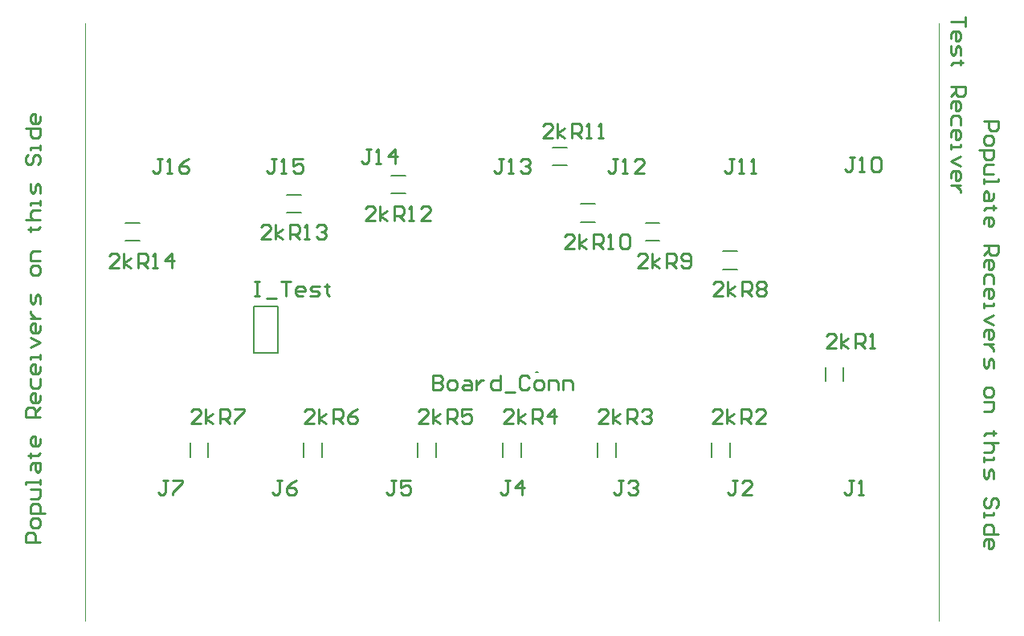
<source format=gto>
G04*
G04 #@! TF.GenerationSoftware,Altium Limited,Altium Designer,20.2.6 (244)*
G04*
G04 Layer_Color=65535*
%FSLAX25Y25*%
%MOIN*%
G70*
G04*
G04 #@! TF.SameCoordinates,64BF088A-5C85-40E7-8DFC-21296B7CD10F*
G04*
G04*
G04 #@! TF.FilePolarity,Positive*
G04*
G01*
G75*
%ADD10C,0.00787*%
%ADD11C,0.00394*%
%ADD12C,0.01000*%
D10*
X345285Y240905D02*
X344498D01*
X345285D01*
X422244Y291142D02*
X428150D01*
X422244Y283661D02*
X428150D01*
X390021Y302953D02*
X395927D01*
X390021Y295472D02*
X395927D01*
X363189Y310827D02*
X369094D01*
X363189Y303346D02*
X369094D01*
X284449Y315158D02*
X290354D01*
X284449Y322638D02*
X290354D01*
X241142Y307283D02*
X247047D01*
X241142Y314764D02*
X247047D01*
X174213Y295472D02*
X180118D01*
X174213Y302953D02*
X180118D01*
X208465Y205709D02*
Y211614D01*
X200984Y205709D02*
Y211614D01*
X302953Y205709D02*
Y211614D01*
X295472Y205709D02*
Y211614D01*
X338386Y205709D02*
Y211614D01*
X330906Y205709D02*
Y211614D01*
X255709Y205709D02*
Y211614D01*
X248228Y205709D02*
Y211614D01*
X377756Y205709D02*
Y211614D01*
X370276Y205709D02*
Y211614D01*
X425000Y205709D02*
Y211614D01*
X417520Y205709D02*
Y211614D01*
X472244Y237205D02*
Y243110D01*
X464764Y237205D02*
Y243110D01*
X351378Y326969D02*
X357283D01*
X351378Y334449D02*
X357283D01*
X227284Y256279D02*
Y268347D01*
Y249055D02*
Y261280D01*
Y249055D02*
X237283D01*
Y268347D01*
X227284D02*
X237283D01*
D11*
X511811Y137795D02*
Y385827D01*
X157480Y137795D02*
Y385827D01*
D12*
X522746Y388764D02*
Y384765D01*
Y386764D01*
X516748D01*
Y379767D02*
Y381766D01*
X517748Y382766D01*
X519747D01*
X520747Y381766D01*
Y379767D01*
X519747Y378767D01*
X518747D01*
Y382766D01*
X516748Y376768D02*
Y373769D01*
X517748Y372769D01*
X518747Y373769D01*
Y375768D01*
X519747Y376768D01*
X520747Y375768D01*
Y372769D01*
X521746Y369770D02*
X520747D01*
Y370770D01*
Y368770D01*
Y369770D01*
X517748D01*
X516748Y368770D01*
Y359773D02*
X522746D01*
Y356774D01*
X521746Y355774D01*
X519747D01*
X518747Y356774D01*
Y359773D01*
Y357774D02*
X516748Y355774D01*
Y350776D02*
Y352775D01*
X517748Y353775D01*
X519747D01*
X520747Y352775D01*
Y350776D01*
X519747Y349776D01*
X518747D01*
Y353775D01*
X520747Y343778D02*
Y346777D01*
X519747Y347777D01*
X517748D01*
X516748Y346777D01*
Y343778D01*
Y338780D02*
Y340779D01*
X517748Y341779D01*
X519747D01*
X520747Y340779D01*
Y338780D01*
X519747Y337780D01*
X518747D01*
Y341779D01*
X516748Y335781D02*
Y333782D01*
Y334781D01*
X520747D01*
Y335781D01*
Y330783D02*
X516748Y328783D01*
X520747Y326784D01*
X516748Y321785D02*
Y323785D01*
X517748Y324784D01*
X519747D01*
X520747Y323785D01*
Y321785D01*
X519747Y320786D01*
X518747D01*
Y324784D01*
X520747Y318786D02*
X516748D01*
X518747D01*
X519747Y317787D01*
X520747Y316787D01*
Y315787D01*
X138733Y170291D02*
X132735D01*
Y173290D01*
X133735Y174290D01*
X135734D01*
X136734Y173290D01*
Y170291D01*
X138733Y177289D02*
Y179288D01*
X137733Y180288D01*
X135734D01*
X134734Y179288D01*
Y177289D01*
X135734Y176289D01*
X137733D01*
X138733Y177289D01*
X140732Y182288D02*
X134734D01*
Y185286D01*
X135734Y186286D01*
X137733D01*
X138733Y185286D01*
Y182288D01*
X134734Y188286D02*
X137733D01*
X138733Y189285D01*
Y192284D01*
X134734D01*
X138733Y194284D02*
Y196283D01*
Y195283D01*
X132735D01*
Y194284D01*
X134734Y200282D02*
Y202281D01*
X135734Y203281D01*
X138733D01*
Y200282D01*
X137733Y199282D01*
X136734Y200282D01*
Y203281D01*
X133735Y206280D02*
X134734D01*
Y205280D01*
Y207279D01*
Y206280D01*
X137733D01*
X138733Y207279D01*
Y213277D02*
Y211278D01*
X137733Y210278D01*
X135734D01*
X134734Y211278D01*
Y213277D01*
X135734Y214277D01*
X136734D01*
Y210278D01*
X138733Y222274D02*
X132735D01*
Y225273D01*
X133735Y226273D01*
X135734D01*
X136734Y225273D01*
Y222274D01*
Y224274D02*
X138733Y226273D01*
Y231272D02*
Y229272D01*
X137733Y228273D01*
X135734D01*
X134734Y229272D01*
Y231272D01*
X135734Y232271D01*
X136734D01*
Y228273D01*
X134734Y238269D02*
Y235270D01*
X135734Y234271D01*
X137733D01*
X138733Y235270D01*
Y238269D01*
Y243268D02*
Y241268D01*
X137733Y240269D01*
X135734D01*
X134734Y241268D01*
Y243268D01*
X135734Y244267D01*
X136734D01*
Y240269D01*
X138733Y246267D02*
Y248266D01*
Y247266D01*
X134734D01*
Y246267D01*
Y251265D02*
X138733Y253264D01*
X134734Y255264D01*
X138733Y260262D02*
Y258263D01*
X137733Y257263D01*
X135734D01*
X134734Y258263D01*
Y260262D01*
X135734Y261262D01*
X136734D01*
Y257263D01*
X134734Y263261D02*
X138733D01*
X136734D01*
X135734Y264261D01*
X134734Y265261D01*
Y266260D01*
X138733Y269259D02*
Y272258D01*
X137733Y273258D01*
X136734Y272258D01*
Y270259D01*
X135734Y269259D01*
X134734Y270259D01*
Y273258D01*
X138733Y282255D02*
Y284255D01*
X137733Y285254D01*
X135734D01*
X134734Y284255D01*
Y282255D01*
X135734Y281255D01*
X137733D01*
X138733Y282255D01*
Y287253D02*
X134734D01*
Y290252D01*
X135734Y291252D01*
X138733D01*
X133735Y300249D02*
X134734D01*
Y299250D01*
Y301249D01*
Y300249D01*
X137733D01*
X138733Y301249D01*
X132735Y304248D02*
X138733D01*
X135734D01*
X134734Y305248D01*
Y307247D01*
X135734Y308247D01*
X138733D01*
Y310246D02*
Y312245D01*
Y311246D01*
X134734D01*
Y310246D01*
X138733Y315244D02*
Y318244D01*
X137733Y319243D01*
X136734Y318244D01*
Y316244D01*
X135734Y315244D01*
X134734Y316244D01*
Y319243D01*
X133735Y331239D02*
X132735Y330240D01*
Y328240D01*
X133735Y327241D01*
X134734D01*
X135734Y328240D01*
Y330240D01*
X136734Y331239D01*
X137733D01*
X138733Y330240D01*
Y328240D01*
X137733Y327241D01*
X138733Y333239D02*
Y335238D01*
Y334238D01*
X134734D01*
Y333239D01*
X132735Y342236D02*
X138733D01*
Y339237D01*
X137733Y338237D01*
X135734D01*
X134734Y339237D01*
Y342236D01*
X138733Y347234D02*
Y345235D01*
X137733Y344235D01*
X135734D01*
X134734Y345235D01*
Y347234D01*
X135734Y348234D01*
X136734D01*
Y344235D01*
X530558Y345457D02*
X536556D01*
Y342458D01*
X535557Y341458D01*
X533557D01*
X532558Y342458D01*
Y345457D01*
X530558Y338459D02*
Y336460D01*
X531558Y335460D01*
X533557D01*
X534557Y336460D01*
Y338459D01*
X533557Y339459D01*
X531558D01*
X530558Y338459D01*
X528559Y333461D02*
X534557D01*
Y330462D01*
X533557Y329462D01*
X531558D01*
X530558Y330462D01*
Y333461D01*
X534557Y327463D02*
X531558D01*
X530558Y326463D01*
Y323464D01*
X534557D01*
X530558Y321464D02*
Y319465D01*
Y320465D01*
X536556D01*
Y321464D01*
X534557Y315466D02*
Y313467D01*
X533557Y312467D01*
X530558D01*
Y315466D01*
X531558Y316466D01*
X532558Y315466D01*
Y312467D01*
X535557Y309468D02*
X534557D01*
Y310468D01*
Y308469D01*
Y309468D01*
X531558D01*
X530558Y308469D01*
Y302471D02*
Y304470D01*
X531558Y305470D01*
X533557D01*
X534557Y304470D01*
Y302471D01*
X533557Y301471D01*
X532558D01*
Y305470D01*
X530558Y293474D02*
X536556D01*
Y290475D01*
X535557Y289475D01*
X533557D01*
X532558Y290475D01*
Y293474D01*
Y291474D02*
X530558Y289475D01*
Y284476D02*
Y286476D01*
X531558Y287475D01*
X533557D01*
X534557Y286476D01*
Y284476D01*
X533557Y283477D01*
X532558D01*
Y287475D01*
X534557Y277479D02*
Y280478D01*
X533557Y281477D01*
X531558D01*
X530558Y280478D01*
Y277479D01*
Y272480D02*
Y274480D01*
X531558Y275479D01*
X533557D01*
X534557Y274480D01*
Y272480D01*
X533557Y271481D01*
X532558D01*
Y275479D01*
X530558Y269481D02*
Y267482D01*
Y268482D01*
X534557D01*
Y269481D01*
Y264483D02*
X530558Y262484D01*
X534557Y260484D01*
X530558Y255486D02*
Y257485D01*
X531558Y258485D01*
X533557D01*
X534557Y257485D01*
Y255486D01*
X533557Y254486D01*
X532558D01*
Y258485D01*
X534557Y252487D02*
X530558D01*
X532558D01*
X533557Y251487D01*
X534557Y250487D01*
Y249488D01*
X530558Y246489D02*
Y243490D01*
X531558Y242490D01*
X532558Y243490D01*
Y245489D01*
X533557Y246489D01*
X534557Y245489D01*
Y242490D01*
X530558Y233493D02*
Y231494D01*
X531558Y230494D01*
X533557D01*
X534557Y231494D01*
Y233493D01*
X533557Y234493D01*
X531558D01*
X530558Y233493D01*
Y228495D02*
X534557D01*
Y225496D01*
X533557Y224496D01*
X530558D01*
X535557Y215499D02*
X534557D01*
Y216498D01*
Y214499D01*
Y215499D01*
X531558D01*
X530558Y214499D01*
X536556Y211500D02*
X530558D01*
X533557D01*
X534557Y210500D01*
Y208501D01*
X533557Y207501D01*
X530558D01*
Y205502D02*
Y203503D01*
Y204502D01*
X534557D01*
Y205502D01*
X530558Y200504D02*
Y197505D01*
X531558Y196505D01*
X532558Y197505D01*
Y199504D01*
X533557Y200504D01*
X534557Y199504D01*
Y196505D01*
X535557Y184509D02*
X536556Y185508D01*
Y187508D01*
X535557Y188507D01*
X534557D01*
X533557Y187508D01*
Y185508D01*
X532558Y184509D01*
X531558D01*
X530558Y185508D01*
Y187508D01*
X531558Y188507D01*
X530558Y182509D02*
Y180510D01*
Y181510D01*
X534557D01*
Y182509D01*
X536556Y173512D02*
X530558D01*
Y176511D01*
X531558Y177511D01*
X533557D01*
X534557Y176511D01*
Y173512D01*
X530558Y168514D02*
Y170513D01*
X531558Y171513D01*
X533557D01*
X534557Y170513D01*
Y168514D01*
X533557Y167514D01*
X532558D01*
Y171513D01*
X374599Y219500D02*
X370600D01*
X374599Y223499D01*
Y224498D01*
X373599Y225498D01*
X371600D01*
X370600Y224498D01*
X376598Y219500D02*
Y225498D01*
Y221499D02*
X379597Y223499D01*
X376598Y221499D02*
X379597Y219500D01*
X382596D02*
Y225498D01*
X385595D01*
X386595Y224498D01*
Y222499D01*
X385595Y221499D01*
X382596D01*
X384595D02*
X386595Y219500D01*
X388594Y224498D02*
X389594Y225498D01*
X391593D01*
X392593Y224498D01*
Y223499D01*
X391593Y222499D01*
X390594D01*
X391593D01*
X392593Y221499D01*
Y220500D01*
X391593Y219500D01*
X389594D01*
X388594Y220500D01*
X421799Y219500D02*
X417800D01*
X421799Y223499D01*
Y224498D01*
X420799Y225498D01*
X418800D01*
X417800Y224498D01*
X423798Y219500D02*
Y225498D01*
Y221499D02*
X426797Y223499D01*
X423798Y221499D02*
X426797Y219500D01*
X429796D02*
Y225498D01*
X432795D01*
X433795Y224498D01*
Y222499D01*
X432795Y221499D01*
X429796D01*
X431796D02*
X433795Y219500D01*
X439793D02*
X435794D01*
X439793Y223499D01*
Y224498D01*
X438793Y225498D01*
X436794D01*
X435794Y224498D01*
X469099Y251000D02*
X465100D01*
X469099Y254999D01*
Y255998D01*
X468099Y256998D01*
X466100D01*
X465100Y255998D01*
X471098Y251000D02*
Y256998D01*
Y252999D02*
X474097Y254999D01*
X471098Y252999D02*
X474097Y251000D01*
X477096D02*
Y256998D01*
X480095D01*
X481095Y255998D01*
Y253999D01*
X480095Y252999D01*
X477096D01*
X479096D02*
X481095Y251000D01*
X483094D02*
X485093D01*
X484094D01*
Y256998D01*
X483094Y255998D01*
X422136Y272591D02*
X418137D01*
X422136Y276590D01*
Y277590D01*
X421136Y278590D01*
X419137D01*
X418137Y277590D01*
X424135Y272591D02*
Y278590D01*
Y274591D02*
X427135Y276590D01*
X424135Y274591D02*
X427135Y272591D01*
X430133D02*
Y278590D01*
X433133D01*
X434132Y277590D01*
Y275590D01*
X433133Y274591D01*
X430133D01*
X432133D02*
X434132Y272591D01*
X436132Y277590D02*
X437131Y278590D01*
X439131D01*
X440130Y277590D01*
Y276590D01*
X439131Y275590D01*
X440130Y274591D01*
Y273591D01*
X439131Y272591D01*
X437131D01*
X436132Y273591D01*
Y274591D01*
X437131Y275590D01*
X436132Y276590D01*
Y277590D01*
X437131Y275590D02*
X439131D01*
X390640Y284402D02*
X386641D01*
X390640Y288401D01*
Y289401D01*
X389640Y290401D01*
X387641D01*
X386641Y289401D01*
X392639Y284402D02*
Y290401D01*
Y286402D02*
X395638Y288401D01*
X392639Y286402D02*
X395638Y284402D01*
X398638D02*
Y290401D01*
X401637D01*
X402636Y289401D01*
Y287402D01*
X401637Y286402D01*
X398638D01*
X400637D02*
X402636Y284402D01*
X404635Y285402D02*
X405635Y284402D01*
X407635D01*
X408634Y285402D01*
Y289401D01*
X407635Y290401D01*
X405635D01*
X404635Y289401D01*
Y288401D01*
X405635Y287402D01*
X408634D01*
X360582Y292277D02*
X356583D01*
X360582Y296275D01*
Y297275D01*
X359582Y298275D01*
X357583D01*
X356583Y297275D01*
X362581Y292277D02*
Y298275D01*
Y294276D02*
X365580Y296275D01*
X362581Y294276D02*
X365580Y292277D01*
X368579D02*
Y298275D01*
X371578D01*
X372578Y297275D01*
Y295276D01*
X371578Y294276D01*
X368579D01*
X370579D02*
X372578Y292277D01*
X374577D02*
X376577D01*
X375577D01*
Y298275D01*
X374577Y297275D01*
X379576D02*
X380575Y298275D01*
X382575D01*
X383574Y297275D01*
Y293276D01*
X382575Y292277D01*
X380575D01*
X379576Y293276D01*
Y297275D01*
X351499Y338200D02*
X347500D01*
X351499Y342199D01*
Y343198D01*
X350499Y344198D01*
X348500D01*
X347500Y343198D01*
X353498Y338200D02*
Y344198D01*
Y340199D02*
X356497Y342199D01*
X353498Y340199D02*
X356497Y338200D01*
X359496D02*
Y344198D01*
X362495D01*
X363495Y343198D01*
Y341199D01*
X362495Y340199D01*
X359496D01*
X361495D02*
X363495Y338200D01*
X365494D02*
X367494D01*
X366494D01*
Y344198D01*
X365494Y343198D01*
X370493Y338200D02*
X372492D01*
X371492D01*
Y344198D01*
X370493Y343198D01*
X277905Y304088D02*
X273906D01*
X277905Y308086D01*
Y309086D01*
X276905Y310086D01*
X274906D01*
X273906Y309086D01*
X279904Y304088D02*
Y310086D01*
Y306087D02*
X282903Y308086D01*
X279904Y306087D02*
X282903Y304088D01*
X285902D02*
Y310086D01*
X288901D01*
X289901Y309086D01*
Y307087D01*
X288901Y306087D01*
X285902D01*
X287901D02*
X289901Y304088D01*
X291900D02*
X293899D01*
X292900D01*
Y310086D01*
X291900Y309086D01*
X300897Y304088D02*
X296899D01*
X300897Y308086D01*
Y309086D01*
X299898Y310086D01*
X297898D01*
X296899Y309086D01*
X234598Y296214D02*
X230599D01*
X234598Y300212D01*
Y301212D01*
X233598Y302212D01*
X231598D01*
X230599Y301212D01*
X236597Y296214D02*
Y302212D01*
Y298213D02*
X239596Y300212D01*
X236597Y298213D02*
X239596Y296214D01*
X242595D02*
Y302212D01*
X245594D01*
X246594Y301212D01*
Y299213D01*
X245594Y298213D01*
X242595D01*
X244594D02*
X246594Y296214D01*
X248593D02*
X250592D01*
X249593D01*
Y302212D01*
X248593Y301212D01*
X253591D02*
X254591Y302212D01*
X256591D01*
X257590Y301212D01*
Y300212D01*
X256591Y299213D01*
X255591D01*
X256591D01*
X257590Y298213D01*
Y297213D01*
X256591Y296214D01*
X254591D01*
X253591Y297213D01*
X171605Y284402D02*
X167607D01*
X171605Y288401D01*
Y289401D01*
X170606Y290401D01*
X168606D01*
X167607Y289401D01*
X173605Y284402D02*
Y290401D01*
Y286402D02*
X176604Y288401D01*
X173605Y286402D02*
X176604Y284402D01*
X179603D02*
Y290401D01*
X182602D01*
X183602Y289401D01*
Y287402D01*
X182602Y286402D01*
X179603D01*
X181602D02*
X183602Y284402D01*
X185601D02*
X187600D01*
X186601D01*
Y290401D01*
X185601Y289401D01*
X193598Y284402D02*
Y290401D01*
X190599Y287402D01*
X194598D01*
X205299Y219500D02*
X201300D01*
X205299Y223499D01*
Y224498D01*
X204299Y225498D01*
X202300D01*
X201300Y224498D01*
X207298Y219500D02*
Y225498D01*
Y221499D02*
X210297Y223499D01*
X207298Y221499D02*
X210297Y219500D01*
X213296D02*
Y225498D01*
X216295D01*
X217295Y224498D01*
Y222499D01*
X216295Y221499D01*
X213296D01*
X215296D02*
X217295Y219500D01*
X219294Y225498D02*
X223293D01*
Y224498D01*
X219294Y220500D01*
Y219500D01*
X252499D02*
X248500D01*
X252499Y223499D01*
Y224498D01*
X251499Y225498D01*
X249500D01*
X248500Y224498D01*
X254498Y219500D02*
Y225498D01*
Y221499D02*
X257497Y223499D01*
X254498Y221499D02*
X257497Y219500D01*
X260496D02*
Y225498D01*
X263495D01*
X264495Y224498D01*
Y222499D01*
X263495Y221499D01*
X260496D01*
X262495D02*
X264495Y219500D01*
X270493Y225498D02*
X268494Y224498D01*
X266494Y222499D01*
Y220500D01*
X267494Y219500D01*
X269493D01*
X270493Y220500D01*
Y221499D01*
X269493Y222499D01*
X266494D01*
X299799Y219500D02*
X295800D01*
X299799Y223499D01*
Y224498D01*
X298799Y225498D01*
X296800D01*
X295800Y224498D01*
X301798Y219500D02*
Y225498D01*
Y221499D02*
X304797Y223499D01*
X301798Y221499D02*
X304797Y219500D01*
X307796D02*
Y225498D01*
X310795D01*
X311795Y224498D01*
Y222499D01*
X310795Y221499D01*
X307796D01*
X309795D02*
X311795Y219500D01*
X317793Y225498D02*
X313794D01*
Y222499D01*
X315793Y223499D01*
X316793D01*
X317793Y222499D01*
Y220500D01*
X316793Y219500D01*
X314794D01*
X313794Y220500D01*
X335199Y219500D02*
X331200D01*
X335199Y223499D01*
Y224498D01*
X334199Y225498D01*
X332200D01*
X331200Y224498D01*
X337198Y219500D02*
Y225498D01*
Y221499D02*
X340197Y223499D01*
X337198Y221499D02*
X340197Y219500D01*
X343196D02*
Y225498D01*
X346195D01*
X347195Y224498D01*
Y222499D01*
X346195Y221499D01*
X343196D01*
X345196D02*
X347195Y219500D01*
X352193D02*
Y225498D01*
X349194Y222499D01*
X353193D01*
X227900Y278698D02*
X229899D01*
X228900D01*
Y272700D01*
X227900D01*
X229899D01*
X232898Y271700D02*
X236897D01*
X238896Y278698D02*
X242895D01*
X240896D01*
Y272700D01*
X247894D02*
X245894D01*
X244895Y273700D01*
Y275699D01*
X245894Y276699D01*
X247894D01*
X248893Y275699D01*
Y274699D01*
X244895D01*
X250893Y272700D02*
X253892D01*
X254891Y273700D01*
X253892Y274699D01*
X251892D01*
X250893Y275699D01*
X251892Y276699D01*
X254891D01*
X257890Y277698D02*
Y276699D01*
X256891D01*
X258890D01*
X257890D01*
Y273700D01*
X258890Y272700D01*
X301718Y239719D02*
Y233721D01*
X304717D01*
X305717Y234721D01*
Y235721D01*
X304717Y236720D01*
X301718D01*
X304717D01*
X305717Y237720D01*
Y238720D01*
X304717Y239719D01*
X301718D01*
X308716Y233721D02*
X310715D01*
X311715Y234721D01*
Y236720D01*
X310715Y237720D01*
X308716D01*
X307716Y236720D01*
Y234721D01*
X308716Y233721D01*
X314714Y237720D02*
X316713D01*
X317713Y236720D01*
Y233721D01*
X314714D01*
X313714Y234721D01*
X314714Y235721D01*
X317713D01*
X319712Y237720D02*
Y233721D01*
Y235721D01*
X320712Y236720D01*
X321712Y237720D01*
X322711D01*
X329709Y239719D02*
Y233721D01*
X326710D01*
X325710Y234721D01*
Y236720D01*
X326710Y237720D01*
X329709D01*
X331708Y232722D02*
X335707D01*
X341705Y238720D02*
X340705Y239719D01*
X338706D01*
X337706Y238720D01*
Y234721D01*
X338706Y233721D01*
X340705D01*
X341705Y234721D01*
X344704Y233721D02*
X346704D01*
X347703Y234721D01*
Y236720D01*
X346704Y237720D01*
X344704D01*
X343705Y236720D01*
Y234721D01*
X344704Y233721D01*
X349703D02*
Y237720D01*
X352701D01*
X353701Y236720D01*
Y233721D01*
X355701D02*
Y237720D01*
X358700D01*
X359699Y236720D01*
Y233721D01*
X189415Y329771D02*
X187415D01*
X188415D01*
Y324772D01*
X187415Y323773D01*
X186416D01*
X185416Y324772D01*
X191414Y323773D02*
X193413D01*
X192414D01*
Y329771D01*
X191414Y328771D01*
X200411Y329771D02*
X198412Y328771D01*
X196412Y326772D01*
Y324772D01*
X197412Y323773D01*
X199411D01*
X200411Y324772D01*
Y325772D01*
X199411Y326772D01*
X196412D01*
X236659Y329771D02*
X234659D01*
X235659D01*
Y324772D01*
X234659Y323773D01*
X233660D01*
X232660Y324772D01*
X238658Y323773D02*
X240657D01*
X239658D01*
Y329771D01*
X238658Y328771D01*
X247655Y329771D02*
X243656D01*
Y326772D01*
X245656Y327771D01*
X246655D01*
X247655Y326772D01*
Y324772D01*
X246655Y323773D01*
X244656D01*
X243656Y324772D01*
X276029Y333708D02*
X274029D01*
X275029D01*
Y328709D01*
X274029Y327710D01*
X273030D01*
X272030Y328709D01*
X278028Y327710D02*
X280027D01*
X279028D01*
Y333708D01*
X278028Y332708D01*
X286026Y327710D02*
Y333708D01*
X283026Y330709D01*
X287025D01*
X331147Y329771D02*
X329147D01*
X330147D01*
Y324772D01*
X329147Y323773D01*
X328148D01*
X327148Y324772D01*
X333146Y323773D02*
X335145D01*
X334146D01*
Y329771D01*
X333146Y328771D01*
X338144D02*
X339144Y329771D01*
X341144D01*
X342143Y328771D01*
Y327771D01*
X341144Y326772D01*
X340144D01*
X341144D01*
X342143Y325772D01*
Y324772D01*
X341144Y323773D01*
X339144D01*
X338144Y324772D01*
X378391Y329771D02*
X376392D01*
X377391D01*
Y324772D01*
X376392Y323773D01*
X375392D01*
X374392Y324772D01*
X380390Y323773D02*
X382390D01*
X381390D01*
Y329771D01*
X380390Y328771D01*
X389387Y323773D02*
X385389D01*
X389387Y327771D01*
Y328771D01*
X388388Y329771D01*
X386388D01*
X385389Y328771D01*
X426635Y329771D02*
X424635D01*
X425635D01*
Y324772D01*
X424635Y323773D01*
X423636D01*
X422636Y324772D01*
X428634Y323773D02*
X430633D01*
X429634D01*
Y329771D01*
X428634Y328771D01*
X433632Y323773D02*
X435632D01*
X434632D01*
Y329771D01*
X433632Y328771D01*
X476816Y330164D02*
X474817D01*
X475816D01*
Y325166D01*
X474817Y324166D01*
X473817D01*
X472817Y325166D01*
X478815Y324166D02*
X480815D01*
X479815D01*
Y330164D01*
X478815Y329165D01*
X483814D02*
X484813Y330164D01*
X486813D01*
X487813Y329165D01*
Y325166D01*
X486813Y324166D01*
X484813D01*
X483814Y325166D01*
Y329165D01*
X191914Y195912D02*
X189914D01*
X190914D01*
Y190914D01*
X189914Y189914D01*
X188915D01*
X187915Y190914D01*
X193913Y195912D02*
X197912D01*
Y194913D01*
X193913Y190914D01*
Y189914D01*
X239158Y195912D02*
X237158D01*
X238158D01*
Y190914D01*
X237158Y189914D01*
X236159D01*
X235159Y190914D01*
X245156Y195912D02*
X243157Y194913D01*
X241157Y192913D01*
Y190914D01*
X242157Y189914D01*
X244156D01*
X245156Y190914D01*
Y191914D01*
X244156Y192913D01*
X241157D01*
X286402Y195912D02*
X284402D01*
X285402D01*
Y190914D01*
X284402Y189914D01*
X283403D01*
X282403Y190914D01*
X292400Y195912D02*
X288401D01*
Y192913D01*
X290401Y193913D01*
X291400D01*
X292400Y192913D01*
Y190914D01*
X291400Y189914D01*
X289401D01*
X288401Y190914D01*
X333646Y195912D02*
X331647D01*
X332646D01*
Y190914D01*
X331647Y189914D01*
X330647D01*
X329647Y190914D01*
X338644Y189914D02*
Y195912D01*
X335645Y192913D01*
X339644D01*
X380890Y195912D02*
X378891D01*
X379890D01*
Y190914D01*
X378891Y189914D01*
X377891D01*
X376891Y190914D01*
X382889Y194913D02*
X383889Y195912D01*
X385889D01*
X386888Y194913D01*
Y193913D01*
X385889Y192913D01*
X384889D01*
X385889D01*
X386888Y191914D01*
Y190914D01*
X385889Y189914D01*
X383889D01*
X382889Y190914D01*
X428134Y195912D02*
X426135D01*
X427135D01*
Y190914D01*
X426135Y189914D01*
X425135D01*
X424135Y190914D01*
X434132Y189914D02*
X430133D01*
X434132Y193913D01*
Y194913D01*
X433133Y195912D01*
X431133D01*
X430133Y194913D01*
X476378Y195912D02*
X474379D01*
X475378D01*
Y190914D01*
X474379Y189914D01*
X473379D01*
X472379Y190914D01*
X478377Y189914D02*
X480377D01*
X479377D01*
Y195912D01*
X478377Y194913D01*
M02*

</source>
